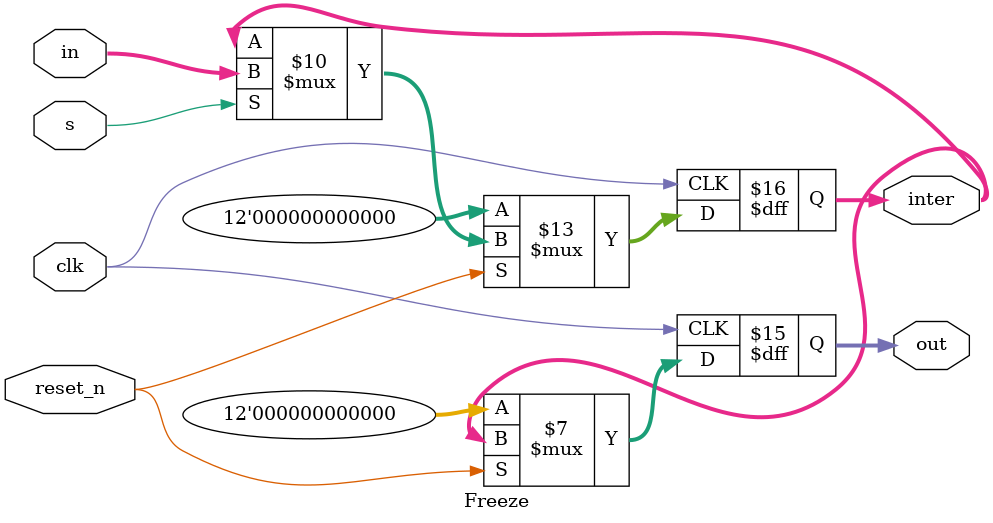
<source format=sv>
module Freeze #(parameter width=12)
(
  input  logic clk,reset_n,s,
  input  logic [width-1:0] in, 
  output logic [width-1:0] out,
  output logic [width-1:0] inter
);

	//logic [width-1:0] inter;

	always_ff@(posedge clk) begin
		if (reset_n == 0) begin       
			out <= 'b0;
			inter <= 'b0;
		end
		else if (s == 1) begin
			inter <= in;
			out <= inter;
		end
		else out <= inter;

	end

endmodule
</source>
